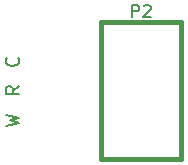
<source format=gto>
G04 (created by PCBNEW (2013-jul-07)-stable) date Tue 05 Jan 2016 02:20:32 PM PST*
%MOIN*%
G04 Gerber Fmt 3.4, Leading zero omitted, Abs format*
%FSLAX34Y34*%
G01*
G70*
G90*
G04 APERTURE LIST*
%ADD10C,0.00590551*%
%ADD11C,0.008*%
%ADD12C,0.015*%
G04 APERTURE END LIST*
G54D10*
G54D11*
X40282Y-44192D02*
X40732Y-44085D01*
X40410Y-44000D01*
X40732Y-43914D01*
X40282Y-43807D01*
X40732Y-42860D02*
X40517Y-43010D01*
X40732Y-43117D02*
X40282Y-43117D01*
X40282Y-42946D01*
X40303Y-42903D01*
X40325Y-42882D01*
X40367Y-42860D01*
X40432Y-42860D01*
X40475Y-42882D01*
X40496Y-42903D01*
X40517Y-42946D01*
X40517Y-43117D01*
X40689Y-41910D02*
X40710Y-41932D01*
X40732Y-41996D01*
X40732Y-42039D01*
X40710Y-42103D01*
X40667Y-42146D01*
X40625Y-42167D01*
X40539Y-42189D01*
X40475Y-42189D01*
X40389Y-42167D01*
X40346Y-42146D01*
X40303Y-42103D01*
X40282Y-42039D01*
X40282Y-41996D01*
X40303Y-41932D01*
X40325Y-41910D01*
G54D12*
X46139Y-40717D02*
X43461Y-40717D01*
X43461Y-40717D02*
X43461Y-45283D01*
X43461Y-45283D02*
X46139Y-45283D01*
X46139Y-45283D02*
X46139Y-40717D01*
G54D11*
X44504Y-40561D02*
X44504Y-40161D01*
X44657Y-40161D01*
X44695Y-40180D01*
X44714Y-40200D01*
X44733Y-40238D01*
X44733Y-40295D01*
X44714Y-40333D01*
X44695Y-40352D01*
X44657Y-40371D01*
X44504Y-40371D01*
X44885Y-40200D02*
X44904Y-40180D01*
X44942Y-40161D01*
X45038Y-40161D01*
X45076Y-40180D01*
X45095Y-40200D01*
X45114Y-40238D01*
X45114Y-40276D01*
X45095Y-40333D01*
X44866Y-40561D01*
X45114Y-40561D01*
M02*

</source>
